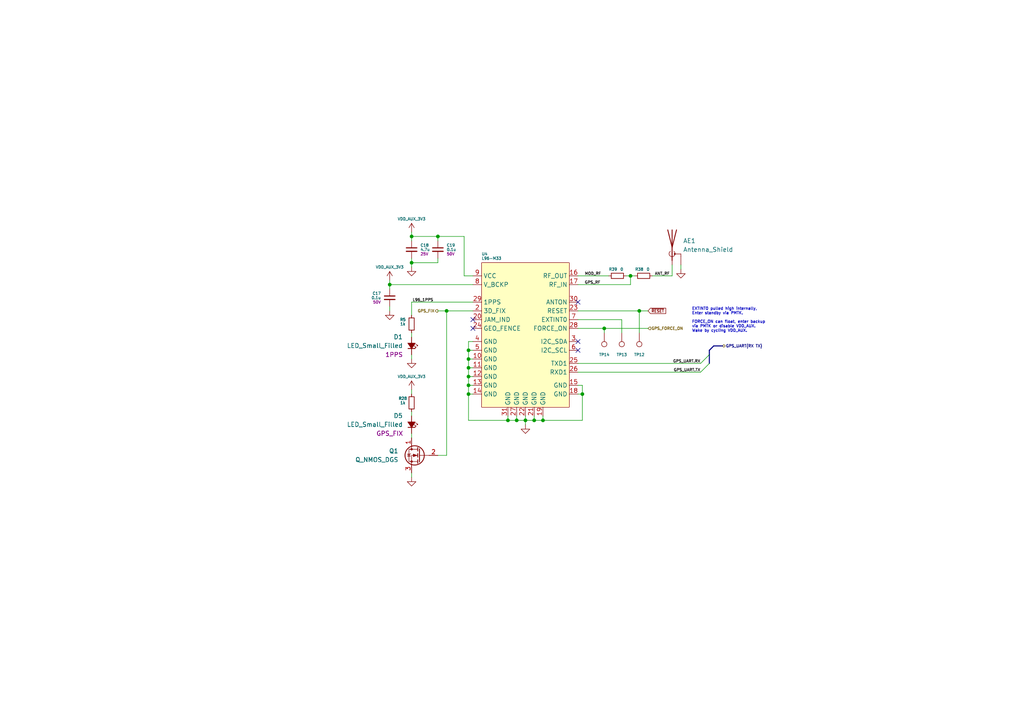
<source format=kicad_sch>
(kicad_sch (version 20211123) (generator eeschema)
  (paper "A4")
  (title_block (rev "A") (company "Frisius"))
  (lib_symbols
    (symbol "Connector:TestPoint" (pin_numbers hide) (pin_names (offset 0.762) hide)
      (property "Reference" "TP" (at 0 6.858 0))
      (property "Value" "TestPoint" (at 0 5.08 0))
      (symbol "TestPoint_0_1"
        (circle (center 0 3.302) (radius 0.762))
      )
      (symbol "TestPoint_1_1"
        (pin passive line (at 0 0 90) (length 2.54) (name "1") (number "1"))
      )
    )
    (symbol "Device:Antenna_Shield" (pin_numbers hide) (pin_names (offset 1.016) hide)
      (property "Reference" "AE" (at -1.905 4.445 0))
      (property "Value" "Antenna_Shield" (at -1.905 2.54 0))
      (symbol "Antenna_Shield_0_1"
        (arc (start -0.508 -1.143) (mid -0.8429 -2.1194) (end 0 -2.667))
        (arc (start 0 -2.667) (mid 0.7989 -2.1052) (end 0.508 -1.143))
        (polyline (pts (xy 0 -2.54) (xy 0 0)))
        (polyline (pts (xy 0 5.08) (xy 0 -3.81)) (stroke (width 0.254)))
        (polyline (pts (xy 0.762 -1.905) (xy 2.54 -1.905)))
        (polyline (pts (xy 2.54 -2.54) (xy 2.54 -1.905)))
        (polyline (pts (xy 1.27 5.08) (xy 0 0) (xy -1.27 5.08)) (stroke (width 0.254)))
        (circle (center 0.762 -1.905) (radius 0.1778) (fill (type outline)))
      )
      (symbol "Antenna_Shield_1_1"
        (pin input line (at 0 -5.08 90) (length 2.54) (name "A") (number "1"))
        (pin input line (at 2.54 -5.08 90) (length 2.54) (name "Shield") (number "2"))
      )
    )
    (symbol "Device:C_Small" (pin_numbers hide) (pin_names (offset 0.254) hide)
      (property "Reference" "C" (at 0.254 1.778 0))
      (property "Value" "C_Small" (at 0.254 -2.032 0))
      (symbol "C_Small_0_1"
        (polyline (pts (xy -1.524 -0.508) (xy 1.524 -0.508)) (stroke (width 0.3302)))
        (polyline (pts (xy -1.524 0.508) (xy 1.524 0.508)) (stroke (width 0.3048)))
      )
      (symbol "C_Small_1_1"
        (pin passive line (at 0 2.54 270) (length 2.032) (name "~") (number "1"))
        (pin passive line (at 0 -2.54 90) (length 2.032) (name "~") (number "2"))
      )
    )
    (symbol "Device:LED_Small_Filled" (pin_numbers hide) (pin_names (offset 0.254) hide)
      (property "Reference" "D" (at -1.27 3.175 0))
      (property "Value" "LED_Small_Filled" (at -4.445 -2.54 0))
      (symbol "LED_Small_Filled_0_1"
        (polyline (pts (xy -0.762 -1.016) (xy -0.762 1.016)) (stroke (width 0.254)))
        (polyline (pts (xy 1.016 0) (xy -0.762 0)))
        (polyline (pts (xy 0.762 -1.016) (xy -0.762 0) (xy 0.762 1.016) (xy 0.762 -1.016)) (stroke (width 0.254)) (fill (type outline)))
        (polyline (pts (xy 0 0.762) (xy -0.508 1.27) (xy -0.254 1.27) (xy -0.508 1.27) (xy -0.508 1.016)))
        (polyline (pts (xy 0.508 1.27) (xy 0 1.778) (xy 0.254 1.778) (xy 0 1.778) (xy 0 1.524)))
      )
      (symbol "LED_Small_Filled_1_1"
        (pin passive line (at -2.54 0 0) (length 1.778) (name "K") (number "1"))
        (pin passive line (at 2.54 0 180) (length 1.778) (name "A") (number "2"))
      )
    )
    (symbol "Device:Q_NMOS_DGS" (pin_names (offset 0) hide)
      (property "Reference" "Q" (at 5.08 1.27 0))
      (property "Value" "Q_NMOS_DGS" (at 5.08 -1.27 0))
      (symbol "Q_NMOS_DGS_0_1"
        (polyline (pts (xy 0.254 0) (xy -2.54 0)))
        (polyline (pts (xy 0.254 1.905) (xy 0.254 -1.905)) (stroke (width 0.254)))
        (polyline (pts (xy 0.762 -1.27) (xy 0.762 -2.286)) (stroke (width 0.254)))
        (polyline (pts (xy 0.762 0.508) (xy 0.762 -0.508)) (stroke (width 0.254)))
        (polyline (pts (xy 0.762 2.286) (xy 0.762 1.27)) (stroke (width 0.254)))
        (polyline (pts (xy 2.54 2.54) (xy 2.54 1.778)))
        (polyline (pts (xy 2.54 -2.54) (xy 2.54 0) (xy 0.762 0)))
        (polyline (pts (xy 0.762 -1.778) (xy 3.302 -1.778) (xy 3.302 1.778) (xy 0.762 1.778)))
        (polyline (pts (xy 1.016 0) (xy 2.032 0.381) (xy 2.032 -0.381) (xy 1.016 0)) (fill (type outline)))
        (polyline (pts (xy 2.794 0.508) (xy 2.921 0.381) (xy 3.683 0.381) (xy 3.81 0.254)))
        (polyline (pts (xy 3.302 0.381) (xy 2.921 -0.254) (xy 3.683 -0.254) (xy 3.302 0.381)))
        (circle (center 1.651 0) (radius 2.794) (stroke (width 0.254)))
        (circle (center 2.54 -1.778) (radius 0.254) (fill (type outline)))
        (circle (center 2.54 1.778) (radius 0.254) (fill (type outline)))
      )
      (symbol "Q_NMOS_DGS_1_1"
        (pin passive line (at 2.54 5.08 270) (length 2.54) (name "D") (number "1"))
        (pin input line (at -5.08 0 0) (length 2.54) (name "G") (number "2"))
        (pin passive line (at 2.54 -5.08 90) (length 2.54) (name "S") (number "3"))
      )
    )
    (symbol "Device:R_Small" (pin_numbers hide) (pin_names (offset 0.254) hide)
      (property "Reference" "R" (at 0.762 0.508 0))
      (property "Value" "R_Small" (at 0.762 -1.016 0))
      (symbol "R_Small_0_1"
        (rectangle (start -0.762 1.778) (end 0.762 -1.778) (stroke (width 0.2032)))
      )
      (symbol "R_Small_1_1"
        (pin passive line (at 0 2.54 270) (length 0.762) (name "~") (number "1"))
        (pin passive line (at 0 -2.54 90) (length 0.762) (name "~") (number "2"))
      )
    )
    (symbol "bt_Module_GPS:L96-M33"
      (property "Reference" "U?" (at 0 26.67 0))
      (property "Value" "L96-M33" (at 0 24.13 0))
      (symbol "L96-M33_0_1"
        (rectangle (start -12.7 21.59) (end 12.7 -20.32) (fill (type background)))
      )
      (symbol "L96-M33_1_1"
        (pin no_connect line (at 12.7 -16.51 180) (length 2.54) hide (name "NC") (number "1"))
        (pin power_in line (at -15.24 -6.35 0) (length 2.54) (name "GND") (number "10"))
        (pin power_in line (at -15.24 -8.89 0) (length 2.54) (name "GND") (number "11"))
        (pin power_in line (at -15.24 -11.43 0) (length 2.54) (name "GND") (number "12"))
        (pin power_in line (at -15.24 -13.97 0) (length 2.54) (name "GND") (number "13"))
        (pin power_in line (at -15.24 -16.51 0) (length 2.54) (name "GND") (number "14"))
        (pin power_in line (at 15.24 -13.97 180) (length 2.54) (name "GND") (number "15"))
        (pin output line (at 15.24 17.78 180) (length 2.54) (name "RF_OUT") (number "16"))
        (pin input line (at 15.24 15.24 180) (length 2.54) (name "RF_IN") (number "17"))
        (pin power_in line (at 15.24 -16.51 180) (length 2.54) (name "GND") (number "18"))
        (pin power_in line (at 5.08 -22.86 90) (length 2.54) (name "GND") (number "19"))
        (pin output line (at -15.24 7.62 0) (length 2.54) (name "3D_FIX") (number "2"))
        (pin output line (at -15.24 5.08 0) (length 2.54) (name "JAM_IND") (number "20"))
        (pin power_in line (at 2.54 -22.86 90) (length 2.54) (name "GND") (number "21"))
        (pin power_in line (at 0 -22.86 90) (length 2.54) (name "GND") (number "22"))
        (pin input line (at 15.24 7.62 180) (length 2.54) (name "RESET") (number "23"))
        (pin output line (at -15.24 2.54 0) (length 2.54) (name "GEO_FENCE") (number "24"))
        (pin output line (at 15.24 -7.62 180) (length 2.54) (name "TXD1") (number "25"))
        (pin input line (at 15.24 -10.16 180) (length 2.54) (name "RXD1") (number "26"))
        (pin power_in line (at -2.54 -22.86 90) (length 2.54) (name "GND") (number "27"))
        (pin input line (at 15.24 2.54 180) (length 2.54) (name "FORCE_ON") (number "28"))
        (pin output line (at -15.24 10.16 0) (length 2.54) (name "1PPS") (number "29"))
        (pin bidirectional line (at 15.24 -1.27 180) (length 2.54) (name "I2C_SDA") (number "3"))
        (pin output line (at 15.24 10.16 180) (length 2.54) (name "ANTON") (number "30"))
        (pin power_in line (at -5.08 -22.86 90) (length 2.54) (name "GND") (number "31"))
        (pin power_in line (at -15.24 -1.27 0) (length 2.54) (name "GND") (number "4"))
        (pin power_in line (at -15.24 -3.81 0) (length 2.54) (name "GND") (number "5"))
        (pin input line (at 15.24 -3.81 180) (length 2.54) (name "I2C_SCL") (number "6"))
        (pin input line (at 15.24 5.08 180) (length 2.54) (name "EXTINT0") (number "7"))
        (pin power_in line (at -15.24 15.24 0) (length 2.54) (name "V_BCKP") (number "8"))
        (pin power_in line (at -15.24 17.78 0) (length 2.54) (name "VCC") (number "9"))
      )
    )
    (symbol "bt_power:VDD_AUX_3V3" (power) (in_bom no) (on_board no)
      (property "Value" "VDD_AUX_3V3" (at 0.2286 3.5814 0))
      (symbol "VDD_AUX_3V3_0_1"
        (polyline (pts (xy -0.762 1.27) (xy 0 2.54)))
        (polyline (pts (xy 0 0) (xy 0 2.54)))
        (polyline (pts (xy 0 2.54) (xy 0.762 1.27)))
      )
      (symbol "VDD_AUX_3V3_1_1"
        (pin power_in line (at 0 0 90) (length 0) hide (name "VDD_AUX_3V3") (number "1"))
      )
    )
    (symbol "power:GND" (power) (pin_names (offset 0))
      (property "Value" "GND" (at 0 -3.81 0))
      (symbol "GND_0_1"
        (polyline (pts (xy 0 0) (xy 0 -1.27) (xy 1.27 -1.27) (xy 0 -2.54) (xy -1.27 -1.27) (xy 0 -1.27)))
      )
      (symbol "GND_1_1"
        (pin power_in line (at 0 0 270) (length 0) hide (name "GND") (number "1"))
      )
    )
  )
  (junction (at 135.89 106.68))
  (junction (at 154.94 121.92))
  (junction (at 185.42 90.17))
  (junction (at 119.38 76.2))
  (junction (at 182.88 80.01))
  (junction (at 135.89 104.14))
  (junction (at 135.89 101.6))
  (junction (at 157.48 121.92))
  (junction (at 135.89 109.22))
  (junction (at 135.89 111.76))
  (junction (at 152.4 121.92))
  (junction (at 129.54 90.17))
  (junction (at 119.38 68.58))
  (junction (at 147.32 121.92))
  (junction (at 168.91 114.3))
  (junction (at 113.03 82.55))
  (junction (at 149.86 121.92))
  (junction (at 135.89 114.3))
  (junction (at 127 68.58))
  (junction (at 175.26 95.25))
  (no_connect (at 167.64 87.63))
  (no_connect (at 137.16 95.25))
  (no_connect (at 137.16 92.71))
  (no_connect (at 167.64 99.06))
  (no_connect (at 167.64 101.6))
  (bus_entry (at 203.2 107.95) (size 2.54 -2.54))
  (bus_entry (at 203.2 105.41) (size 2.54 -2.54))
  (wire (pts (xy 157.48 121.92) (xy 168.91 121.92)))
  (wire (pts (xy 135.89 99.06) (xy 135.89 101.6)))
  (wire (pts (xy 119.38 87.63) (xy 137.16 87.63)))
  (wire (pts (xy 197.485 78.105) (xy 197.485 76.835)))
  (wire (pts (xy 119.38 76.2) (xy 127 76.2)))
  (wire (pts (xy 127 90.17) (xy 129.54 90.17)))
  (wire (pts (xy 135.89 109.22) (xy 135.89 111.76)))
  (wire (pts (xy 147.32 121.92) (xy 149.86 121.92)))
  (wire (pts (xy 135.89 106.68) (xy 137.16 106.68)))
  (wire (pts (xy 152.4 121.92) (xy 152.4 120.65)))
  (wire (pts (xy 168.91 114.3) (xy 168.91 111.76)))
  (bus (pts (xy 205.74 102.87) (xy 205.74 101.6)))
  (wire (pts (xy 189.23 80.01) (xy 194.945 80.01)))
  (wire (pts (xy 119.38 138.43) (xy 119.38 137.16)))
  (wire (pts (xy 187.96 95.25) (xy 175.26 95.25)))
  (wire (pts (xy 135.89 106.68) (xy 135.89 109.22)))
  (wire (pts (xy 168.91 114.3) (xy 167.64 114.3)))
  (wire (pts (xy 119.38 68.58) (xy 119.38 69.85)))
  (wire (pts (xy 167.64 80.01) (xy 176.53 80.01)))
  (wire (pts (xy 135.89 109.22) (xy 137.16 109.22)))
  (wire (pts (xy 127 68.58) (xy 134.62 68.58)))
  (wire (pts (xy 167.64 90.17) (xy 185.42 90.17)))
  (wire (pts (xy 135.89 114.3) (xy 137.16 114.3)))
  (wire (pts (xy 167.64 95.25) (xy 175.26 95.25)))
  (wire (pts (xy 119.38 77.47) (xy 119.38 76.2)))
  (wire (pts (xy 119.38 113.03) (xy 119.38 114.3)))
  (wire (pts (xy 185.42 96.52) (xy 185.42 90.17)))
  (wire (pts (xy 127 69.85) (xy 127 68.58)))
  (wire (pts (xy 119.38 96.52) (xy 119.38 97.79)))
  (wire (pts (xy 135.89 104.14) (xy 137.16 104.14)))
  (bus (pts (xy 205.74 105.41) (xy 205.74 102.87)))
  (wire (pts (xy 134.62 80.01) (xy 137.16 80.01)))
  (wire (pts (xy 157.48 121.92) (xy 157.48 120.65)))
  (wire (pts (xy 119.38 119.38) (xy 119.38 120.65)))
  (bus (pts (xy 205.74 101.6) (xy 207.01 100.33)))
  (wire (pts (xy 167.64 107.95) (xy 203.2 107.95)))
  (wire (pts (xy 154.94 121.92) (xy 157.48 121.92)))
  (wire (pts (xy 113.03 82.55) (xy 137.16 82.55)))
  (wire (pts (xy 113.03 88.9) (xy 113.03 90.17)))
  (bus (pts (xy 207.01 100.33) (xy 209.55 100.33)))
  (wire (pts (xy 119.38 127) (xy 119.38 125.73)))
  (wire (pts (xy 119.38 76.2) (xy 119.38 74.93)))
  (wire (pts (xy 154.94 121.92) (xy 154.94 120.65)))
  (wire (pts (xy 127 132.08) (xy 129.54 132.08)))
  (wire (pts (xy 194.945 80.01) (xy 194.945 76.835)))
  (wire (pts (xy 182.88 80.01) (xy 182.88 82.55)))
  (wire (pts (xy 119.38 87.63) (xy 119.38 91.44)))
  (wire (pts (xy 167.64 82.55) (xy 182.88 82.55)))
  (wire (pts (xy 168.91 111.76) (xy 167.64 111.76)))
  (wire (pts (xy 135.89 111.76) (xy 137.16 111.76)))
  (wire (pts (xy 152.4 123.19) (xy 152.4 121.92)))
  (wire (pts (xy 187.96 90.17) (xy 185.42 90.17)))
  (wire (pts (xy 149.86 121.92) (xy 149.86 120.65)))
  (wire (pts (xy 135.89 121.92) (xy 147.32 121.92)))
  (wire (pts (xy 113.03 81.28) (xy 113.03 82.55)))
  (wire (pts (xy 180.34 92.71) (xy 180.34 96.52)))
  (wire (pts (xy 149.86 121.92) (xy 152.4 121.92)))
  (wire (pts (xy 119.38 104.14) (xy 119.38 102.87)))
  (wire (pts (xy 134.62 68.58) (xy 134.62 80.01)))
  (wire (pts (xy 129.54 132.08) (xy 129.54 90.17)))
  (wire (pts (xy 127 74.93) (xy 127 76.2)))
  (wire (pts (xy 135.89 114.3) (xy 135.89 121.92)))
  (wire (pts (xy 135.89 101.6) (xy 137.16 101.6)))
  (wire (pts (xy 167.64 105.41) (xy 203.2 105.41)))
  (wire (pts (xy 167.64 92.71) (xy 180.34 92.71)))
  (wire (pts (xy 175.26 96.52) (xy 175.26 95.25)))
  (wire (pts (xy 181.61 80.01) (xy 182.88 80.01)))
  (wire (pts (xy 168.91 121.92) (xy 168.91 114.3)))
  (wire (pts (xy 135.89 111.76) (xy 135.89 114.3)))
  (wire (pts (xy 135.89 104.14) (xy 135.89 106.68)))
  (wire (pts (xy 152.4 121.92) (xy 154.94 121.92)))
  (wire (pts (xy 147.32 121.92) (xy 147.32 120.65)))
  (wire (pts (xy 182.88 80.01) (xy 184.15 80.01)))
  (wire (pts (xy 135.89 101.6) (xy 135.89 104.14)))
  (wire (pts (xy 119.38 68.58) (xy 127 68.58)))
  (wire (pts (xy 129.54 90.17) (xy 137.16 90.17)))
  (wire (pts (xy 119.38 67.31) (xy 119.38 68.58)))
  (wire (pts (xy 113.03 82.55) (xy 113.03 83.82)))
  (wire (pts (xy 137.16 99.06) (xy 135.89 99.06)))
  (text "EXTINT0 pulled high internally,\nEnter standby via PMTK.\n" (at 200.66 91.44 0) (effects (font (size 0.8 0.8)) (justify left bottom)))
  (text "FORCE_ON can float, enter backup \nvia PMTK or disable VDD_AUX. \nWake by cycling VDD_AUX." (at 200.66 96.52 0) (effects (font (size 0.8 0.8)) (justify left bottom)))
  (label "ANT_RF" (at 189.865 80.01 0) (effects (font (size 0.8 0.8))))
  (label "L96_1PPS" (at 125.73 87.63 180) (effects (font (size 0.8 0.8))))
  (label "GPS_UART.TX" (at 203.2 107.95 180) (effects (font (size 0.8 0.8))))
  (label "GPS_UART.RX" (at 203.2 105.41 180) (effects (font (size 0.8 0.8))))
  (label "MOD_RF" (at 169.545 80.01 0) (effects (font (size 0.8 0.8))))
  (label "GPS_RF" (at 169.545 82.55 0) (effects (font (size 0.8 0.8))))
  (global_label "~{RESET}" (shape input) (at 187.96 90.17 0) (effects (font (size 0.8 0.8))) (property "Intersheet References" "${INTERSHEET_REFS}" (at 193.099 90.12 0) (effects (font (size 0.8 0.8)) (justify left))))
  (hierarchical_label "GPS_FIX" (shape output) (at 127 90.17 180) (effects (font (size 0.8 0.8))))
  (hierarchical_label "GPS_UART{RX TX}" (shape bidirectional) (at 209.55 100.33 0) (effects (font (size 0.8 0.8))))
  (hierarchical_label "GPS_FORCE_ON" (shape input) (at 187.96 95.25 0) (effects (font (size 0.8 0.8))))
  (symbol (lib_id "Device:C_Small") (at 127 72.39 0) (unit 1)
    (property "Reference" "C19" (at 129.54 71.12 0) (effects (font (size 0.8 0.8)) (justify left)))
    (property "Value" "0.1u" (at 129.54 72.39 0) (effects (font (size 0.8 0.8)) (justify left)))
    (property "Footprint" "Capacitor_SMD:C_0402_1005Metric" (effects hide))
    (property "Voltage" "50V" (at 129.54 73.66 0) (effects (font (size 0.8 0.8)) (justify left)))
  )
  (symbol (lib_id "bt_power:VDD_AUX_3V3") (at 119.38 113.03 0) (unit 1) (in_bom no) (on_board no)
    (property "Reference" "#PWR0193" (effects hide))
    (property "Value" "VDD_AUX_3V3" (at 119.38 109.22 0) (effects (font (size 0.8 0.8))))
  )
  (symbol (lib_id "Device:Antenna_Shield") (at 194.945 71.755 0) (unit 1)
    (property "Reference" "AE1" (at 198.12 69.8499 0) (effects (justify left)))
    (property "Value" "Antenna_Shield" (at 198.12 72.3899 0) (effects (justify left)))
    (property "Footprint" "Connector_Coaxial:U.FL_Hirose_U.FL-R-SMT-1_Vertical" (effects hide))
  )
  (symbol (lib_id "bt_Module_GPS:L96-M33") (at 152.4 97.79 0) (unit 1)
    (property "Reference" "U4" (at 139.7 73.66 0) (effects (font (size 0.8 0.8)) (justify left)))
    (property "Value" "L96-M33" (at 139.7 74.93 0) (effects (font (size 0.8 0.8)) (justify left)))
    (property "Footprint" "bt_Module_GPS:Quectel_L96-M33" (effects hide))
  )
  (symbol (lib_id "Connector:TestPoint") (at 175.26 96.52 180) (unit 1)
    (property "Reference" "TP14" (at 175.26 102.87 0) (effects (font (size 0.8 0.8))))
    (property "Value" "GPS_FON" (effects hide))
    (property "Footprint" "TestPoint:TestPoint_Pad_D1.0mm" (effects hide))
  )
  (symbol (lib_id "Device:LED_Small_Filled") (at 119.38 100.33 270) (mirror x) (unit 1)
    (property "Reference" "D1" (at 116.84 97.7264 90) (effects (justify right)))
    (property "Value" "LED_Small_Filled" (at 116.84 100.2664 90) (effects (justify right)))
    (property "Footprint" "LED_SMD:LED_0603_1608Metric" (effects hide))
    (property "Label" "1PPS" (at 114.3 102.87 90))
  )
  (symbol (lib_id "Connector:TestPoint") (at 185.42 96.52 180) (unit 1)
    (property "Reference" "TP12" (at 185.42 102.87 0) (effects (font (size 0.8 0.8))))
    (property "Value" "GPS_RST" (effects hide))
    (property "Footprint" "TestPoint:TestPoint_Pad_D1.0mm" (effects hide))
  )
  (symbol (lib_id "Device:R_Small") (at 119.38 116.84 0) (mirror x) (unit 1)
    (property "Reference" "R28" (at 116.84 115.57 0) (effects (font (size 0.8 0.8))))
    (property "Value" "1k" (at 116.84 116.84 0) (effects (font (size 0.8 0.8))))
    (property "Footprint" "Resistor_SMD:R_0402_1005Metric" (effects hide))
  )
  (symbol (lib_id "Connector:TestPoint") (at 180.34 96.52 180) (unit 1)
    (property "Reference" "TP13" (at 180.34 102.87 0) (effects (font (size 0.8 0.8))))
    (property "Value" "GPS_INT" (effects hide))
    (property "Footprint" "TestPoint:TestPoint_Pad_D1.0mm" (effects hide))
  )
  (symbol (lib_id "power:GND") (at 119.38 77.47 0) (unit 1)
    (property "Reference" "#PWR019" (effects hide))
    (property "Value" "GND" (effects hide))
  )
  (symbol (lib_id "Device:LED_Small_Filled") (at 119.38 123.19 270) (mirror x) (unit 1)
    (property "Reference" "D5" (at 116.84 120.5864 90) (effects (justify right)))
    (property "Value" "LED_Small_Filled" (at 116.84 123.1264 90) (effects (justify right)))
    (property "Footprint" "LED_SMD:LED_0603_1608Metric" (effects hide))
    (property "Label" "GPS_FIX" (at 113.03 125.73 90))
  )
  (symbol (lib_id "Device:C_Small") (at 119.38 72.39 0) (unit 1)
    (property "Reference" "C18" (at 121.92 71.12 0) (effects (font (size 0.8 0.8)) (justify left)))
    (property "Value" "4.7u" (at 121.92 72.39 0) (effects (font (size 0.8 0.8)) (justify left)))
    (property "Footprint" "Capacitor_SMD:C_0603_1608Metric" (effects hide))
    (property "Voltage" "25V" (at 121.92 73.66 0) (effects (font (size 0.8 0.8)) (justify left)))
  )
  (symbol (lib_id "power:GND") (at 197.485 78.105 0) (unit 1)
    (property "Reference" "#PWR0140" (effects hide))
    (property "Value" "GND" (effects hide))
  )
  (symbol (lib_id "bt_power:VDD_AUX_3V3") (at 113.03 81.28 0) (unit 1) (in_bom no) (on_board no)
    (property "Reference" "#PWR0194" (effects hide))
    (property "Value" "VDD_AUX_3V3" (at 113.03 77.47 0) (effects (font (size 0.8 0.8))))
  )
  (symbol (lib_id "power:GND") (at 119.38 138.43 0) (unit 1)
    (property "Reference" "#PWR0139" (effects hide))
    (property "Value" "GND" (effects hide))
  )
  (symbol (lib_id "Device:C_Small") (at 113.03 86.36 0) (mirror y) (unit 1)
    (property "Reference" "C17" (at 110.49 85.09 0) (effects (font (size 0.8 0.8)) (justify left)))
    (property "Value" "0.1u" (at 110.49 86.36 0) (effects (font (size 0.8 0.8)) (justify left)))
    (property "Footprint" "Capacitor_SMD:C_0402_1005Metric" (effects hide))
    (property "Voltage" "50V" (at 110.49 87.63 0) (effects (font (size 0.8 0.8)) (justify left)))
  )
  (symbol (lib_id "Device:R_Small") (at 119.38 93.98 0) (mirror x) (unit 1)
    (property "Reference" "R5" (at 116.84 92.71 0) (effects (font (size 0.8 0.8))))
    (property "Value" "1k" (at 116.84 93.98 0) (effects (font (size 0.8 0.8))))
    (property "Footprint" "Resistor_SMD:R_0402_1005Metric" (effects hide))
  )
  (symbol (lib_id "Device:R_Small") (at 186.69 80.01 270) (unit 1)
    (property "Reference" "R38" (at 185.42 78.105 90) (effects (font (size 0.8 0.8))))
    (property "Value" "0" (at 187.96 78.105 90) (effects (font (size 0.8 0.8))))
    (property "Footprint" "Resistor_SMD:R_0402_1005Metric" (effects hide))
  )
  (symbol (lib_id "bt_power:VDD_AUX_3V3") (at 119.38 67.31 0) (unit 1) (in_bom no) (on_board no)
    (property "Reference" "#PWR0195" (effects hide))
    (property "Value" "VDD_AUX_3V3" (at 119.38 63.5 0) (effects (font (size 0.8 0.8))))
  )
  (symbol (lib_id "power:GND") (at 113.03 90.17 0) (mirror y) (unit 1)
    (property "Reference" "#PWR018" (effects hide))
    (property "Value" "GND" (effects hide))
  )
  (symbol (lib_id "Device:Q_NMOS_DGS") (at 121.92 132.08 0) (mirror y) (unit 1)
    (property "Reference" "Q1" (at 115.57 130.8099 0) (effects (justify left)))
    (property "Value" "Q_NMOS_DGS" (at 115.57 133.3499 0) (effects (justify left)))
    (property "Footprint" "Package_TO_SOT_SMD:SOT-323_SC-70" (effects hide))
  )
  (symbol (lib_id "Device:R_Small") (at 179.07 80.01 270) (unit 1)
    (property "Reference" "R39" (at 177.8 78.105 90) (effects (font (size 0.8 0.8))))
    (property "Value" "0" (at 180.34 78.105 90) (effects (font (size 0.8 0.8))))
    (property "Footprint" "Resistor_SMD:R_0402_1005Metric" (effects hide))
  )
  (symbol (lib_id "power:GND") (at 152.4 123.19 0) (unit 1)
    (property "Reference" "#PWR021" (effects hide))
    (property "Value" "GND" (effects hide))
  )
  (symbol (lib_id "power:GND") (at 119.38 104.14 0) (unit 1)
    (property "Reference" "#PWR020" (effects hide))
    (property "Value" "GND" (effects hide))
  )
)
</source>
